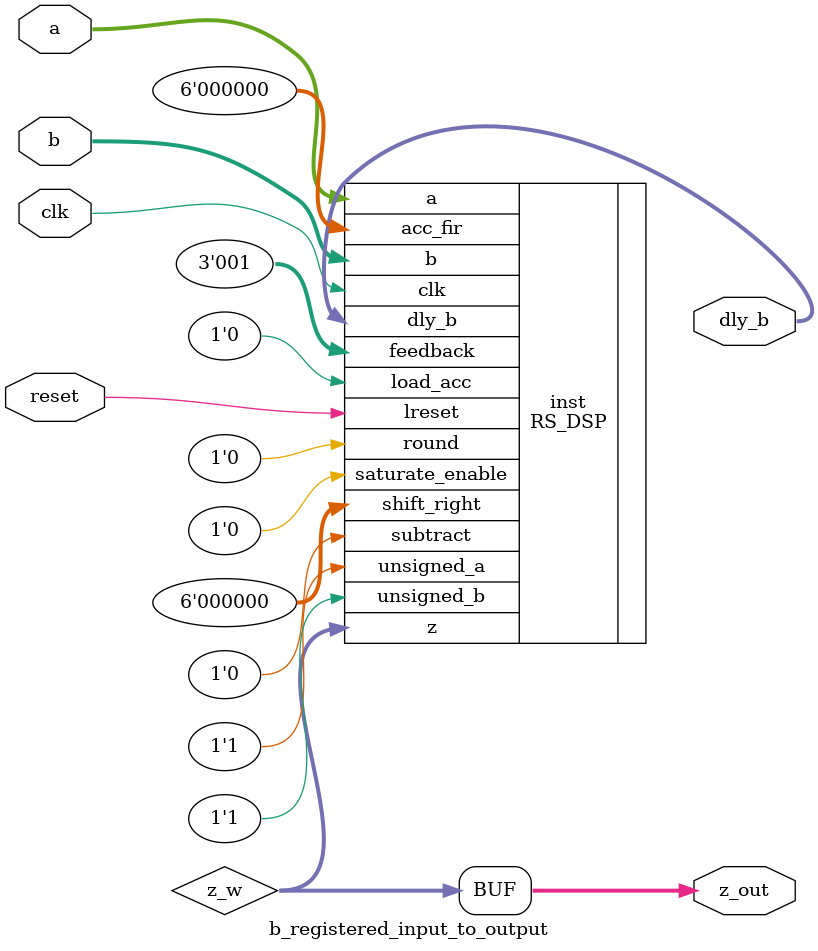
<source format=v>
module b_registered_input_to_output (
	input  wire [19:0] a,
    input  wire [17:0] b,
	input wire clk, reset,
    output wire [17:0] dly_b,
    output wire [37:0] z_out
    );

    parameter [83:0] MODE_BITS = 84'd0;
    
    wire [37:0] z_w;
	RS_DSP #(.MODE_BITS(84'h000000000000000000000)) 
        inst(.a(a), .b(b), .acc_fir(6'd0), .z(z_w), .dly_b(dly_b), .clk(clk), 
        .lreset(reset) , .feedback(3'd1), .load_acc(1'b0),
        .unsigned_a(1'b1), .unsigned_b(1'b1), .saturate_enable(1'b0), .shift_right(6'b0),
        .round(1'b0), .subtract(1'b0));
    assign z_out = z_w;

endmodule
</source>
